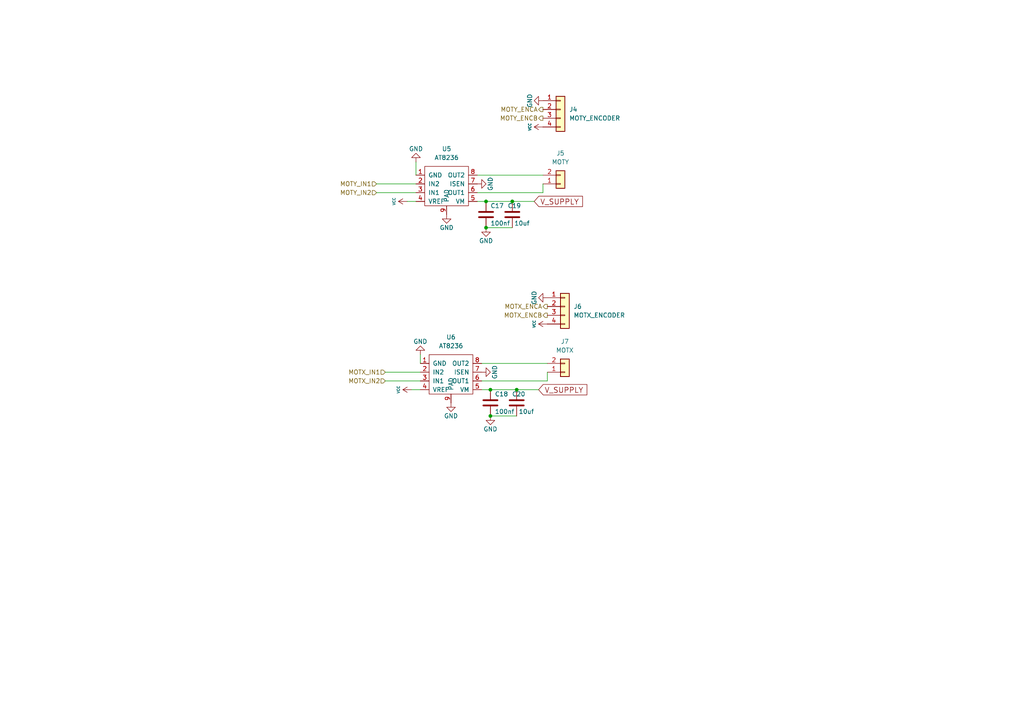
<source format=kicad_sch>
(kicad_sch (version 20211123) (generator eeschema)

  (uuid 8688050f-f2b9-4ef3-aa76-0305a724881f)

  (paper "A4")

  (lib_symbols
    (symbol "AT8236_1" (pin_names (offset 1.016)) (in_bom yes) (on_board yes)
      (property "Reference" "U" (id 0) (at -1.27 2.54 0)
        (effects (font (size 1.27 1.27)))
      )
      (property "Value" "AT8236_1" (id 1) (at 0 0 0)
        (effects (font (size 1.27 1.27)))
      )
      (property "Footprint" "Package_SO:SOIC-8-1EP_3.9x4.9mm_P1.27mm_EP2.29x3mm" (id 2) (at 0 0 0)
        (effects (font (size 1.27 1.27)) hide)
      )
      (property "Datasheet" "" (id 3) (at 0 0 0)
        (effects (font (size 1.27 1.27)) hide)
      )
      (property "ki_description" "直流有刷电机驱动器，高达6A的峰值电流" (id 4) (at 0 0 0)
        (effects (font (size 1.27 1.27)) hide)
      )
      (symbol "AT8236_1_0_1"
        (rectangle (start -3.81 -1.27) (end 8.89 -12.7)
          (stroke (width 0) (type default) (color 0 0 0 0))
          (fill (type none))
        )
      )
      (symbol "AT8236_1_1_1"
        (pin power_in line (at -6.35 -3.81 0) (length 2.54)
          (name "GND" (effects (font (size 1.27 1.27))))
          (number "1" (effects (font (size 1.27 1.27))))
        )
        (pin input line (at -6.35 -6.35 0) (length 2.54)
          (name "IN2" (effects (font (size 1.27 1.27))))
          (number "2" (effects (font (size 1.27 1.27))))
        )
        (pin output line (at -6.35 -8.89 0) (length 2.54)
          (name "IN1" (effects (font (size 1.27 1.27))))
          (number "3" (effects (font (size 1.27 1.27))))
        )
        (pin input line (at -6.35 -11.43 0) (length 2.54)
          (name "VREF" (effects (font (size 1.27 1.27))))
          (number "4" (effects (font (size 1.27 1.27))))
        )
        (pin power_in line (at 11.43 -11.43 180) (length 2.54)
          (name "VM" (effects (font (size 1.27 1.27))))
          (number "5" (effects (font (size 1.27 1.27))))
        )
        (pin output line (at 11.43 -8.89 180) (length 2.54)
          (name "OUT1" (effects (font (size 1.27 1.27))))
          (number "6" (effects (font (size 1.27 1.27))))
        )
        (pin input line (at 11.43 -6.35 180) (length 2.54)
          (name "ISEN" (effects (font (size 1.27 1.27))))
          (number "7" (effects (font (size 1.27 1.27))))
        )
        (pin output line (at 11.43 -3.81 180) (length 2.54)
          (name "OUT2" (effects (font (size 1.27 1.27))))
          (number "8" (effects (font (size 1.27 1.27))))
        )
        (pin power_in line (at 2.54 -15.24 90) (length 2.54)
          (name "PAD" (effects (font (size 1.27 1.27))))
          (number "9" (effects (font (size 1.27 1.27))))
        )
      )
    )
    (symbol "Connector_Generic:Conn_01x02" (pin_names (offset 1.016) hide) (in_bom yes) (on_board yes)
      (property "Reference" "J" (id 0) (at 0 2.54 0)
        (effects (font (size 1.27 1.27)))
      )
      (property "Value" "Conn_01x02" (id 1) (at 0 -5.08 0)
        (effects (font (size 1.27 1.27)))
      )
      (property "Footprint" "" (id 2) (at 0 0 0)
        (effects (font (size 1.27 1.27)) hide)
      )
      (property "Datasheet" "~" (id 3) (at 0 0 0)
        (effects (font (size 1.27 1.27)) hide)
      )
      (property "ki_keywords" "connector" (id 4) (at 0 0 0)
        (effects (font (size 1.27 1.27)) hide)
      )
      (property "ki_description" "Generic connector, single row, 01x02, script generated (kicad-library-utils/schlib/autogen/connector/)" (id 5) (at 0 0 0)
        (effects (font (size 1.27 1.27)) hide)
      )
      (property "ki_fp_filters" "Connector*:*_1x??_*" (id 6) (at 0 0 0)
        (effects (font (size 1.27 1.27)) hide)
      )
      (symbol "Conn_01x02_1_1"
        (rectangle (start -1.27 -2.413) (end 0 -2.667)
          (stroke (width 0.1524) (type default) (color 0 0 0 0))
          (fill (type none))
        )
        (rectangle (start -1.27 0.127) (end 0 -0.127)
          (stroke (width 0.1524) (type default) (color 0 0 0 0))
          (fill (type none))
        )
        (rectangle (start -1.27 1.27) (end 1.27 -3.81)
          (stroke (width 0.254) (type default) (color 0 0 0 0))
          (fill (type background))
        )
        (pin passive line (at -5.08 0 0) (length 3.81)
          (name "Pin_1" (effects (font (size 1.27 1.27))))
          (number "1" (effects (font (size 1.27 1.27))))
        )
        (pin passive line (at -5.08 -2.54 0) (length 3.81)
          (name "Pin_2" (effects (font (size 1.27 1.27))))
          (number "2" (effects (font (size 1.27 1.27))))
        )
      )
    )
    (symbol "Connector_Generic:Conn_01x04" (pin_names (offset 1.016) hide) (in_bom yes) (on_board yes)
      (property "Reference" "J" (id 0) (at 0 5.08 0)
        (effects (font (size 1.27 1.27)))
      )
      (property "Value" "Conn_01x04" (id 1) (at 0 -7.62 0)
        (effects (font (size 1.27 1.27)))
      )
      (property "Footprint" "" (id 2) (at 0 0 0)
        (effects (font (size 1.27 1.27)) hide)
      )
      (property "Datasheet" "~" (id 3) (at 0 0 0)
        (effects (font (size 1.27 1.27)) hide)
      )
      (property "ki_keywords" "connector" (id 4) (at 0 0 0)
        (effects (font (size 1.27 1.27)) hide)
      )
      (property "ki_description" "Generic connector, single row, 01x04, script generated (kicad-library-utils/schlib/autogen/connector/)" (id 5) (at 0 0 0)
        (effects (font (size 1.27 1.27)) hide)
      )
      (property "ki_fp_filters" "Connector*:*_1x??_*" (id 6) (at 0 0 0)
        (effects (font (size 1.27 1.27)) hide)
      )
      (symbol "Conn_01x04_1_1"
        (rectangle (start -1.27 -4.953) (end 0 -5.207)
          (stroke (width 0.1524) (type default) (color 0 0 0 0))
          (fill (type none))
        )
        (rectangle (start -1.27 -2.413) (end 0 -2.667)
          (stroke (width 0.1524) (type default) (color 0 0 0 0))
          (fill (type none))
        )
        (rectangle (start -1.27 0.127) (end 0 -0.127)
          (stroke (width 0.1524) (type default) (color 0 0 0 0))
          (fill (type none))
        )
        (rectangle (start -1.27 2.667) (end 0 2.413)
          (stroke (width 0.1524) (type default) (color 0 0 0 0))
          (fill (type none))
        )
        (rectangle (start -1.27 3.81) (end 1.27 -6.35)
          (stroke (width 0.254) (type default) (color 0 0 0 0))
          (fill (type background))
        )
        (pin passive line (at -5.08 2.54 0) (length 3.81)
          (name "Pin_1" (effects (font (size 1.27 1.27))))
          (number "1" (effects (font (size 1.27 1.27))))
        )
        (pin passive line (at -5.08 0 0) (length 3.81)
          (name "Pin_2" (effects (font (size 1.27 1.27))))
          (number "2" (effects (font (size 1.27 1.27))))
        )
        (pin passive line (at -5.08 -2.54 0) (length 3.81)
          (name "Pin_3" (effects (font (size 1.27 1.27))))
          (number "3" (effects (font (size 1.27 1.27))))
        )
        (pin passive line (at -5.08 -5.08 0) (length 3.81)
          (name "Pin_4" (effects (font (size 1.27 1.27))))
          (number "4" (effects (font (size 1.27 1.27))))
        )
      )
    )
    (symbol "Device:C" (pin_numbers hide) (pin_names (offset 0.254)) (in_bom yes) (on_board yes)
      (property "Reference" "C" (id 0) (at 0.635 2.54 0)
        (effects (font (size 1.27 1.27)) (justify left))
      )
      (property "Value" "C" (id 1) (at 0.635 -2.54 0)
        (effects (font (size 1.27 1.27)) (justify left))
      )
      (property "Footprint" "" (id 2) (at 0.9652 -3.81 0)
        (effects (font (size 1.27 1.27)) hide)
      )
      (property "Datasheet" "~" (id 3) (at 0 0 0)
        (effects (font (size 1.27 1.27)) hide)
      )
      (property "ki_keywords" "cap capacitor" (id 4) (at 0 0 0)
        (effects (font (size 1.27 1.27)) hide)
      )
      (property "ki_description" "Unpolarized capacitor" (id 5) (at 0 0 0)
        (effects (font (size 1.27 1.27)) hide)
      )
      (property "ki_fp_filters" "C_*" (id 6) (at 0 0 0)
        (effects (font (size 1.27 1.27)) hide)
      )
      (symbol "C_0_1"
        (polyline
          (pts
            (xy -2.032 -0.762)
            (xy 2.032 -0.762)
          )
          (stroke (width 0.508) (type default) (color 0 0 0 0))
          (fill (type none))
        )
        (polyline
          (pts
            (xy -2.032 0.762)
            (xy 2.032 0.762)
          )
          (stroke (width 0.508) (type default) (color 0 0 0 0))
          (fill (type none))
        )
      )
      (symbol "C_1_1"
        (pin passive line (at 0 3.81 270) (length 2.794)
          (name "~" (effects (font (size 1.27 1.27))))
          (number "1" (effects (font (size 1.27 1.27))))
        )
        (pin passive line (at 0 -3.81 90) (length 2.794)
          (name "~" (effects (font (size 1.27 1.27))))
          (number "2" (effects (font (size 1.27 1.27))))
        )
      )
    )
    (symbol "misc:AT8236" (pin_names (offset 1.016)) (in_bom yes) (on_board yes)
      (property "Reference" "U" (id 0) (at -1.27 2.54 0)
        (effects (font (size 1.27 1.27)))
      )
      (property "Value" "AT8236" (id 1) (at 0 0 0)
        (effects (font (size 1.27 1.27)))
      )
      (property "Footprint" "Package_SO:SOIC-8-1EP_3.9x4.9mm_P1.27mm_EP2.29x3mm" (id 2) (at 0 0 0)
        (effects (font (size 1.27 1.27)) hide)
      )
      (property "Datasheet" "" (id 3) (at 0 0 0)
        (effects (font (size 1.27 1.27)) hide)
      )
      (property "ki_description" "直流有刷电机驱动器，高达6A的峰值电流" (id 4) (at 0 0 0)
        (effects (font (size 1.27 1.27)) hide)
      )
      (symbol "AT8236_0_1"
        (rectangle (start -3.81 -1.27) (end 8.89 -12.7)
          (stroke (width 0) (type default) (color 0 0 0 0))
          (fill (type none))
        )
      )
      (symbol "AT8236_1_1"
        (pin power_in line (at -6.35 -3.81 0) (length 2.54)
          (name "GND" (effects (font (size 1.27 1.27))))
          (number "1" (effects (font (size 1.27 1.27))))
        )
        (pin input line (at -6.35 -6.35 0) (length 2.54)
          (name "IN2" (effects (font (size 1.27 1.27))))
          (number "2" (effects (font (size 1.27 1.27))))
        )
        (pin output line (at -6.35 -8.89 0) (length 2.54)
          (name "IN1" (effects (font (size 1.27 1.27))))
          (number "3" (effects (font (size 1.27 1.27))))
        )
        (pin input line (at -6.35 -11.43 0) (length 2.54)
          (name "VREF" (effects (font (size 1.27 1.27))))
          (number "4" (effects (font (size 1.27 1.27))))
        )
        (pin power_in line (at 11.43 -11.43 180) (length 2.54)
          (name "VM" (effects (font (size 1.27 1.27))))
          (number "5" (effects (font (size 1.27 1.27))))
        )
        (pin output line (at 11.43 -8.89 180) (length 2.54)
          (name "OUT1" (effects (font (size 1.27 1.27))))
          (number "6" (effects (font (size 1.27 1.27))))
        )
        (pin input line (at 11.43 -6.35 180) (length 2.54)
          (name "ISEN" (effects (font (size 1.27 1.27))))
          (number "7" (effects (font (size 1.27 1.27))))
        )
        (pin output line (at 11.43 -3.81 180) (length 2.54)
          (name "OUT2" (effects (font (size 1.27 1.27))))
          (number "8" (effects (font (size 1.27 1.27))))
        )
        (pin power_in line (at 2.54 -15.24 90) (length 2.54)
          (name "PAD" (effects (font (size 1.27 1.27))))
          (number "9" (effects (font (size 1.27 1.27))))
        )
      )
    )
    (symbol "power:GND" (power) (pin_names (offset 0)) (in_bom yes) (on_board yes)
      (property "Reference" "#PWR" (id 0) (at 0 -6.35 0)
        (effects (font (size 1.27 1.27)) hide)
      )
      (property "Value" "GND" (id 1) (at 0 -3.81 0)
        (effects (font (size 1.27 1.27)))
      )
      (property "Footprint" "" (id 2) (at 0 0 0)
        (effects (font (size 1.27 1.27)) hide)
      )
      (property "Datasheet" "" (id 3) (at 0 0 0)
        (effects (font (size 1.27 1.27)) hide)
      )
      (property "ki_keywords" "power-flag" (id 4) (at 0 0 0)
        (effects (font (size 1.27 1.27)) hide)
      )
      (property "ki_description" "Power symbol creates a global label with name \"GND\" , ground" (id 5) (at 0 0 0)
        (effects (font (size 1.27 1.27)) hide)
      )
      (symbol "GND_0_1"
        (polyline
          (pts
            (xy 0 0)
            (xy 0 -1.27)
            (xy 1.27 -1.27)
            (xy 0 -2.54)
            (xy -1.27 -1.27)
            (xy 0 -1.27)
          )
          (stroke (width 0) (type default) (color 0 0 0 0))
          (fill (type none))
        )
      )
      (symbol "GND_1_1"
        (pin power_in line (at 0 0 270) (length 0) hide
          (name "GND" (effects (font (size 1.27 1.27))))
          (number "1" (effects (font (size 1.27 1.27))))
        )
      )
    )
    (symbol "power:VCC" (power) (pin_names (offset 0)) (in_bom yes) (on_board yes)
      (property "Reference" "#PWR" (id 0) (at 0 -3.81 0)
        (effects (font (size 1.27 1.27)) hide)
      )
      (property "Value" "VCC" (id 1) (at 0 3.81 0)
        (effects (font (size 1.27 1.27)))
      )
      (property "Footprint" "" (id 2) (at 0 0 0)
        (effects (font (size 1.27 1.27)) hide)
      )
      (property "Datasheet" "" (id 3) (at 0 0 0)
        (effects (font (size 1.27 1.27)) hide)
      )
      (property "ki_keywords" "power-flag" (id 4) (at 0 0 0)
        (effects (font (size 1.27 1.27)) hide)
      )
      (property "ki_description" "Power symbol creates a global label with name \"VCC\"" (id 5) (at 0 0 0)
        (effects (font (size 1.27 1.27)) hide)
      )
      (symbol "VCC_0_1"
        (polyline
          (pts
            (xy -0.762 1.27)
            (xy 0 2.54)
          )
          (stroke (width 0) (type default) (color 0 0 0 0))
          (fill (type none))
        )
        (polyline
          (pts
            (xy 0 0)
            (xy 0 2.54)
          )
          (stroke (width 0) (type default) (color 0 0 0 0))
          (fill (type none))
        )
        (polyline
          (pts
            (xy 0 2.54)
            (xy 0.762 1.27)
          )
          (stroke (width 0) (type default) (color 0 0 0 0))
          (fill (type none))
        )
      )
      (symbol "VCC_1_1"
        (pin power_in line (at 0 0 90) (length 0) hide
          (name "VCC" (effects (font (size 1.27 1.27))))
          (number "1" (effects (font (size 1.27 1.27))))
        )
      )
    )
  )

  (junction (at 140.97 58.42) (diameter 0) (color 0 0 0 0)
    (uuid 221e01ab-5f59-4cfd-afb3-6ecc95dec8dd)
  )
  (junction (at 149.86 113.03) (diameter 0) (color 0 0 0 0)
    (uuid 2f0432a1-4025-4ad4-b752-884b821b4613)
  )
  (junction (at 140.97 66.04) (diameter 0) (color 0 0 0 0)
    (uuid 41727871-8a06-4055-bc27-d59045aa3aaa)
  )
  (junction (at 148.59 58.42) (diameter 0) (color 0 0 0 0)
    (uuid cc408846-150f-4ba7-a3f5-ec018afcc208)
  )
  (junction (at 142.24 113.03) (diameter 0) (color 0 0 0 0)
    (uuid de6a808b-cbfd-4744-8ed8-8772581abb95)
  )
  (junction (at 142.24 120.65) (diameter 0) (color 0 0 0 0)
    (uuid eb6c3206-ee0f-4e4d-8040-78aa672ece7d)
  )

  (wire (pts (xy 139.7 110.49) (xy 158.75 110.49))
    (stroke (width 0) (type default) (color 0 0 0 0))
    (uuid 10168a48-c2f9-44a8-92bf-a03027ee240f)
  )
  (wire (pts (xy 138.43 58.42) (xy 140.97 58.42))
    (stroke (width 0) (type default) (color 0 0 0 0))
    (uuid 26706d43-89ac-4a3e-9489-3853d8cd0a09)
  )
  (wire (pts (xy 120.65 46.99) (xy 120.65 50.8))
    (stroke (width 0) (type default) (color 0 0 0 0))
    (uuid 378bd29f-7511-48d1-bafa-b69cd0c4d641)
  )
  (wire (pts (xy 142.24 113.03) (xy 149.86 113.03))
    (stroke (width 0) (type default) (color 0 0 0 0))
    (uuid 3874699c-54a9-47d0-b348-253e646d5bd3)
  )
  (wire (pts (xy 158.75 110.49) (xy 158.75 107.95))
    (stroke (width 0) (type default) (color 0 0 0 0))
    (uuid 50b48133-c561-4e30-a394-84eeb4926e38)
  )
  (wire (pts (xy 109.22 53.34) (xy 120.65 53.34))
    (stroke (width 0) (type default) (color 0 0 0 0))
    (uuid 531a47dc-bc71-4ab4-bb83-62e1e69dc241)
  )
  (wire (pts (xy 139.7 105.41) (xy 158.75 105.41))
    (stroke (width 0) (type default) (color 0 0 0 0))
    (uuid 53eea4fd-e7ed-43c5-aa67-84d8680c40e9)
  )
  (wire (pts (xy 118.11 58.42) (xy 120.65 58.42))
    (stroke (width 0) (type default) (color 0 0 0 0))
    (uuid 581db7d4-305b-40b1-9f95-d33ac9d833e2)
  )
  (wire (pts (xy 111.76 107.95) (xy 121.92 107.95))
    (stroke (width 0) (type default) (color 0 0 0 0))
    (uuid 6712b242-56e6-4c05-b445-668e68c714eb)
  )
  (wire (pts (xy 157.48 55.88) (xy 157.48 53.34))
    (stroke (width 0) (type default) (color 0 0 0 0))
    (uuid 7b41266d-1db0-4baa-9954-a388eb92add6)
  )
  (wire (pts (xy 140.97 66.04) (xy 148.59 66.04))
    (stroke (width 0) (type default) (color 0 0 0 0))
    (uuid 87a7c992-7490-4767-a65f-82c7452e6fd9)
  )
  (wire (pts (xy 119.38 113.03) (xy 121.92 113.03))
    (stroke (width 0) (type default) (color 0 0 0 0))
    (uuid 8d1c51f8-f13d-4a1c-bde5-ed2bee54bb03)
  )
  (wire (pts (xy 148.59 58.42) (xy 154.94 58.42))
    (stroke (width 0) (type default) (color 0 0 0 0))
    (uuid 967136ff-7ab7-44f7-b275-57a12b6808da)
  )
  (wire (pts (xy 142.24 120.65) (xy 149.86 120.65))
    (stroke (width 0) (type default) (color 0 0 0 0))
    (uuid 9c90e2d4-b1bf-487e-b4ed-9ca388d46786)
  )
  (wire (pts (xy 111.76 110.49) (xy 121.92 110.49))
    (stroke (width 0) (type default) (color 0 0 0 0))
    (uuid 9fb13f0a-849f-4879-9acd-01e17d6311c8)
  )
  (wire (pts (xy 138.43 55.88) (xy 157.48 55.88))
    (stroke (width 0) (type default) (color 0 0 0 0))
    (uuid bcc8f68c-1a65-45f2-a3b7-c2b1d67bda85)
  )
  (wire (pts (xy 109.22 55.88) (xy 120.65 55.88))
    (stroke (width 0) (type default) (color 0 0 0 0))
    (uuid cbf765cc-c960-4b8d-999f-33c4d16d1167)
  )
  (wire (pts (xy 138.43 50.8) (xy 157.48 50.8))
    (stroke (width 0) (type default) (color 0 0 0 0))
    (uuid ce5ade02-96d7-4b19-8665-2758baefa8ce)
  )
  (wire (pts (xy 149.86 113.03) (xy 156.21 113.03))
    (stroke (width 0) (type default) (color 0 0 0 0))
    (uuid d02ecb36-5006-47c1-884c-042aaf2266da)
  )
  (wire (pts (xy 121.92 102.87) (xy 121.92 105.41))
    (stroke (width 0) (type default) (color 0 0 0 0))
    (uuid e044a3fc-288e-477c-938e-02dd8a6361f6)
  )
  (wire (pts (xy 140.97 58.42) (xy 148.59 58.42))
    (stroke (width 0) (type default) (color 0 0 0 0))
    (uuid ec1ce81e-c817-46d8-acf7-4e0ea1b1e7e7)
  )
  (wire (pts (xy 139.7 113.03) (xy 142.24 113.03))
    (stroke (width 0) (type default) (color 0 0 0 0))
    (uuid f80208fe-bf33-47c1-86d7-1ab0422911d9)
  )

  (global_label "V_SUPPLY" (shape input) (at 156.21 113.03 0) (fields_autoplaced)
    (effects (font (size 1.524 1.524)) (justify left))
    (uuid 0f3086ab-53df-4d79-b122-b8ff249dfe87)
    (property "Intersheet References" "${INTERSHEET_REFS}" (id 0) (at 340.36 210.82 0)
      (effects (font (size 1.27 1.27)) hide)
    )
  )
  (global_label "V_SUPPLY" (shape input) (at 154.94 58.42 0) (fields_autoplaced)
    (effects (font (size 1.524 1.524)) (justify left))
    (uuid 8e3af660-4c8d-450f-a415-0178d1026191)
    (property "Intersheet References" "${INTERSHEET_REFS}" (id 0) (at 339.09 156.21 0)
      (effects (font (size 1.27 1.27)) hide)
    )
  )

  (hierarchical_label "MOTY_ENCB" (shape output) (at 157.48 34.29 180)
    (effects (font (size 1.27 1.27)) (justify right))
    (uuid 2a649354-e758-42f6-98b6-7a9bed4ef178)
  )
  (hierarchical_label "MOTX_IN2" (shape input) (at 111.76 110.49 180)
    (effects (font (size 1.27 1.27)) (justify right))
    (uuid 2cb6dde7-acfd-4eb6-983c-95487775cf13)
  )
  (hierarchical_label "MOTY_IN1" (shape input) (at 109.22 53.34 180)
    (effects (font (size 1.27 1.27)) (justify right))
    (uuid 3acf8603-b6b7-443b-82c7-b94d8c9c7765)
  )
  (hierarchical_label "MOTX_ENCA" (shape output) (at 158.75 88.9 180)
    (effects (font (size 1.27 1.27)) (justify right))
    (uuid 5f190ac1-fd64-405f-b45a-98fcc2422828)
  )
  (hierarchical_label "MOTX_ENCB" (shape output) (at 158.75 91.44 180)
    (effects (font (size 1.27 1.27)) (justify right))
    (uuid 99a58a9f-c1b4-44b2-a40f-7d8d266d0ae0)
  )
  (hierarchical_label "MOTX_IN1" (shape input) (at 111.76 107.95 180)
    (effects (font (size 1.27 1.27)) (justify right))
    (uuid ad024559-81b8-487a-a9a7-fa8d40beca66)
  )
  (hierarchical_label "MOTY_ENCA" (shape output) (at 157.48 31.75 180)
    (effects (font (size 1.27 1.27)) (justify right))
    (uuid e833cbb5-6a69-401a-b445-793e17c14ec5)
  )
  (hierarchical_label "MOTY_IN2" (shape input) (at 109.22 55.88 180)
    (effects (font (size 1.27 1.27)) (justify right))
    (uuid f14b0b98-4386-4157-a7a3-c172beca13cf)
  )

  (symbol (lib_id "power:GND") (at 120.65 46.99 180) (unit 1)
    (in_bom yes) (on_board yes)
    (uuid 0d74fbae-ccd0-473a-b0b1-da5226770a5e)
    (property "Reference" "#PWR033" (id 0) (at 120.65 46.99 0)
      (effects (font (size 0.762 0.762)) hide)
    )
    (property "Value" "GND" (id 1) (at 120.65 43.18 0))
    (property "Footprint" "" (id 2) (at 120.65 46.99 0)
      (effects (font (size 1.27 1.27)) hide)
    )
    (property "Datasheet" "" (id 3) (at 120.65 46.99 0)
      (effects (font (size 1.27 1.27)) hide)
    )
    (pin "1" (uuid 3b1d4c84-f79b-4f3a-bb41-c1aa1e1879f7))
  )

  (symbol (lib_id "power:GND") (at 138.43 53.34 90) (unit 1)
    (in_bom yes) (on_board yes)
    (uuid 0e4826ca-379d-4366-a653-c3d2cc392fec)
    (property "Reference" "#PWR037" (id 0) (at 138.43 53.34 0)
      (effects (font (size 0.762 0.762)) hide)
    )
    (property "Value" "GND" (id 1) (at 142.24 53.34 0))
    (property "Footprint" "" (id 2) (at 138.43 53.34 0)
      (effects (font (size 1.27 1.27)) hide)
    )
    (property "Datasheet" "" (id 3) (at 138.43 53.34 0)
      (effects (font (size 1.27 1.27)) hide)
    )
    (pin "1" (uuid 58ed0493-d518-4f3d-b79a-ee84d73aad49))
  )

  (symbol (lib_id "misc:AT8236") (at 127 46.99 0) (unit 1)
    (in_bom yes) (on_board yes) (fields_autoplaced)
    (uuid 15a51b58-7b8a-447f-a35a-82018ed07978)
    (property "Reference" "U5" (id 0) (at 129.54 43.18 0))
    (property "Value" "AT8236" (id 1) (at 129.54 45.72 0))
    (property "Footprint" "Package_SO:SOIC-8-1EP_3.9x4.9mm_P1.27mm_EP2.29x3mm" (id 2) (at 127 46.99 0)
      (effects (font (size 1.27 1.27)) hide)
    )
    (property "Datasheet" "" (id 3) (at 127 46.99 0)
      (effects (font (size 1.27 1.27)) hide)
    )
    (pin "1" (uuid bc892730-a683-46b0-9f13-81f3f85c9164))
    (pin "2" (uuid c980c1c7-a3f2-47f3-86c1-770b2d47ee3f))
    (pin "3" (uuid b2b86834-f944-46e0-8521-2a6cb529ebd1))
    (pin "4" (uuid ceb06b45-2e5c-47b8-bca0-2458cf6c7c30))
    (pin "5" (uuid b8ef2a8b-a8e1-4ebb-8419-b85b8e90cd2d))
    (pin "6" (uuid 39e54f1a-5048-439e-9670-d9b616329931))
    (pin "7" (uuid 05b21815-82bd-4720-8d8f-e964abab0d8a))
    (pin "8" (uuid 02af3c4b-d6e2-4de7-9fab-be6b1a6352ff))
    (pin "9" (uuid 3a5a2a1a-5e42-4ffb-9285-9b189fe79249))
  )

  (symbol (lib_id "Connector_Generic:Conn_01x02") (at 163.83 107.95 0) (mirror x) (unit 1)
    (in_bom yes) (on_board yes) (fields_autoplaced)
    (uuid 1aea8077-3496-46b0-a3b0-4e4c0ca4e3db)
    (property "Reference" "J7" (id 0) (at 163.83 99.06 0))
    (property "Value" "MOTX" (id 1) (at 163.83 101.6 0))
    (property "Footprint" "misc:PinHeader_1x02_P2.54mm_Vertical" (id 2) (at 163.83 107.95 0)
      (effects (font (size 1.27 1.27)) hide)
    )
    (property "Datasheet" "~" (id 3) (at 163.83 107.95 0)
      (effects (font (size 1.27 1.27)) hide)
    )
    (pin "1" (uuid 46b9a101-45e0-438f-aac9-d20cef76664d))
    (pin "2" (uuid 19189e6d-abb3-4916-8bd7-8ac679be81c7))
  )

  (symbol (lib_name "AT8236_1") (lib_id "misc:AT8236") (at 128.27 101.6 0) (unit 1)
    (in_bom yes) (on_board yes) (fields_autoplaced)
    (uuid 1cb80784-2891-4033-949a-a8819d5157b4)
    (property "Reference" "U6" (id 0) (at 130.81 97.79 0))
    (property "Value" "AT8236" (id 1) (at 130.81 100.33 0))
    (property "Footprint" "Package_SO:SOIC-8-1EP_3.9x4.9mm_P1.27mm_EP2.29x3mm" (id 2) (at 128.27 101.6 0)
      (effects (font (size 1.27 1.27)) hide)
    )
    (property "Datasheet" "" (id 3) (at 128.27 101.6 0)
      (effects (font (size 1.27 1.27)) hide)
    )
    (pin "1" (uuid 9922962b-2fe7-4a6f-99d8-522a154fa7de))
    (pin "2" (uuid b73a3516-24cd-4f5f-86cd-5fcceb57b8e4))
    (pin "3" (uuid a11eaf01-c972-4cd9-b10a-75775414cabc))
    (pin "4" (uuid 0c0b9327-def6-45da-80cd-a754b9317b13))
    (pin "5" (uuid 912e381d-e810-41f7-bb86-f7236fda72e9))
    (pin "6" (uuid 77b96fc8-c318-4e7b-b8be-d1583c6a7459))
    (pin "7" (uuid e4f178ba-5234-4ef5-a5e1-b8f36a4de3ab))
    (pin "8" (uuid 1d807975-c539-46f0-942b-b24f9b98a3e0))
    (pin "9" (uuid 1e1638d1-1ff8-473b-b3b5-26dc90263372))
  )

  (symbol (lib_id "power:GND") (at 157.48 29.21 270) (unit 1)
    (in_bom yes) (on_board yes)
    (uuid 255276b2-e568-49c1-a5c2-698d5697bffd)
    (property "Reference" "#PWR041" (id 0) (at 157.48 29.21 0)
      (effects (font (size 0.762 0.762)) hide)
    )
    (property "Value" "GND" (id 1) (at 153.67 29.21 0))
    (property "Footprint" "" (id 2) (at 157.48 29.21 0)
      (effects (font (size 1.27 1.27)) hide)
    )
    (property "Datasheet" "" (id 3) (at 157.48 29.21 0)
      (effects (font (size 1.27 1.27)) hide)
    )
    (pin "1" (uuid bbfe967e-f3d7-4799-9fb6-307dc4bccf94))
  )

  (symbol (lib_id "power:VCC") (at 157.48 36.83 90) (unit 1)
    (in_bom yes) (on_board yes)
    (uuid 2b1f7c10-547b-426e-8a07-f8576b501856)
    (property "Reference" "#PWR042" (id 0) (at 154.94 36.83 0)
      (effects (font (size 0.762 0.762)) hide)
    )
    (property "Value" "VCC" (id 1) (at 153.67 36.83 0)
      (effects (font (size 0.762 0.762)))
    )
    (property "Footprint" "" (id 2) (at 157.48 36.83 0)
      (effects (font (size 1.524 1.524)) hide)
    )
    (property "Datasheet" "" (id 3) (at 157.48 36.83 0)
      (effects (font (size 1.524 1.524)) hide)
    )
    (pin "1" (uuid aa8527bc-b6f6-4423-b4ef-d804d0eac697))
  )

  (symbol (lib_id "Device:C") (at 142.24 116.84 0) (unit 1)
    (in_bom yes) (on_board yes)
    (uuid 2f360110-4d63-4308-9881-ebdbd87da2e6)
    (property "Reference" "C18" (id 0) (at 143.51 114.3 0)
      (effects (font (size 1.27 1.27)) (justify left))
    )
    (property "Value" "100nf" (id 1) (at 143.51 119.38 0)
      (effects (font (size 1.27 1.27)) (justify left))
    )
    (property "Footprint" "Capacitor_SMD:C_0402_1005Metric" (id 2) (at 143.2052 120.65 0)
      (effects (font (size 1.27 1.27)) hide)
    )
    (property "Datasheet" "~" (id 3) (at 142.24 116.84 0)
      (effects (font (size 1.27 1.27)) hide)
    )
    (pin "1" (uuid 1703b388-401b-4f79-9f2c-c9813aec62fd))
    (pin "2" (uuid c3449051-c4a6-4a43-a721-0ea52215403d))
  )

  (symbol (lib_id "power:GND") (at 158.75 86.36 270) (unit 1)
    (in_bom yes) (on_board yes)
    (uuid 314085d7-b510-47a4-9011-b9babcbb14b7)
    (property "Reference" "#PWR043" (id 0) (at 158.75 86.36 0)
      (effects (font (size 0.762 0.762)) hide)
    )
    (property "Value" "GND" (id 1) (at 154.94 86.36 0))
    (property "Footprint" "" (id 2) (at 158.75 86.36 0)
      (effects (font (size 1.27 1.27)) hide)
    )
    (property "Datasheet" "" (id 3) (at 158.75 86.36 0)
      (effects (font (size 1.27 1.27)) hide)
    )
    (pin "1" (uuid e6672b17-a884-41ed-98aa-ba88ca9588b8))
  )

  (symbol (lib_id "Device:C") (at 149.86 116.84 180) (unit 1)
    (in_bom yes) (on_board yes)
    (uuid 334a1649-cc38-4a9a-9a81-b04867b623e7)
    (property "Reference" "C20" (id 0) (at 152.4 114.3 0)
      (effects (font (size 1.27 1.27)) (justify left))
    )
    (property "Value" "10uf" (id 1) (at 154.94 119.38 0)
      (effects (font (size 1.27 1.27)) (justify left))
    )
    (property "Footprint" "Capacitor_SMD:C_0603_1608Metric" (id 2) (at 148.8948 113.03 0)
      (effects (font (size 1.27 1.27)) hide)
    )
    (property "Datasheet" "~" (id 3) (at 149.86 116.84 0)
      (effects (font (size 1.27 1.27)) hide)
    )
    (pin "1" (uuid ccb476a2-7864-4163-a12e-1ba0f079e86a))
    (pin "2" (uuid dd89843a-c2ab-42c5-8ffd-d3416a938678))
  )

  (symbol (lib_id "power:GND") (at 130.81 116.84 0) (unit 1)
    (in_bom yes) (on_board yes)
    (uuid 35439433-f749-4145-b94e-3e4eb673f304)
    (property "Reference" "#PWR036" (id 0) (at 130.81 116.84 0)
      (effects (font (size 0.762 0.762)) hide)
    )
    (property "Value" "GND" (id 1) (at 130.81 120.65 0))
    (property "Footprint" "" (id 2) (at 130.81 116.84 0)
      (effects (font (size 1.27 1.27)) hide)
    )
    (property "Datasheet" "" (id 3) (at 130.81 116.84 0)
      (effects (font (size 1.27 1.27)) hide)
    )
    (pin "1" (uuid 988cdfc1-b3a5-446c-b77e-047577a11c77))
  )

  (symbol (lib_id "Device:C") (at 148.59 62.23 180) (unit 1)
    (in_bom yes) (on_board yes)
    (uuid 3ff3103a-fe04-4a59-bce4-58144f7fb83a)
    (property "Reference" "C19" (id 0) (at 151.13 59.69 0)
      (effects (font (size 1.27 1.27)) (justify left))
    )
    (property "Value" "10uf" (id 1) (at 153.67 64.77 0)
      (effects (font (size 1.27 1.27)) (justify left))
    )
    (property "Footprint" "Capacitor_SMD:C_0603_1608Metric" (id 2) (at 147.6248 58.42 0)
      (effects (font (size 1.27 1.27)) hide)
    )
    (property "Datasheet" "~" (id 3) (at 148.59 62.23 0)
      (effects (font (size 1.27 1.27)) hide)
    )
    (pin "1" (uuid d89f9c31-028c-40b0-b077-1d8cf234fc1e))
    (pin "2" (uuid c711759c-7139-44e9-909a-ee820990f22b))
  )

  (symbol (lib_id "power:GND") (at 129.54 62.23 0) (unit 1)
    (in_bom yes) (on_board yes)
    (uuid 4611e5ae-08af-4adb-ab6c-b34557768c1c)
    (property "Reference" "#PWR035" (id 0) (at 129.54 62.23 0)
      (effects (font (size 0.762 0.762)) hide)
    )
    (property "Value" "GND" (id 1) (at 129.54 66.04 0))
    (property "Footprint" "" (id 2) (at 129.54 62.23 0)
      (effects (font (size 1.27 1.27)) hide)
    )
    (property "Datasheet" "" (id 3) (at 129.54 62.23 0)
      (effects (font (size 1.27 1.27)) hide)
    )
    (pin "1" (uuid e165cfd7-3fd0-4e7d-a512-d93e6496f13c))
  )

  (symbol (lib_id "power:GND") (at 139.7 107.95 90) (unit 1)
    (in_bom yes) (on_board yes)
    (uuid 52d413b9-786e-4565-872a-b851ce3a6cb9)
    (property "Reference" "#PWR038" (id 0) (at 139.7 107.95 0)
      (effects (font (size 0.762 0.762)) hide)
    )
    (property "Value" "GND" (id 1) (at 143.51 107.95 0))
    (property "Footprint" "" (id 2) (at 139.7 107.95 0)
      (effects (font (size 1.27 1.27)) hide)
    )
    (property "Datasheet" "" (id 3) (at 139.7 107.95 0)
      (effects (font (size 1.27 1.27)) hide)
    )
    (pin "1" (uuid ccaa0660-3377-4631-81d6-0afad258ea19))
  )

  (symbol (lib_id "power:GND") (at 142.24 120.65 0) (unit 1)
    (in_bom yes) (on_board yes)
    (uuid 693436f4-fa55-418f-b041-2c029bf8d9d7)
    (property "Reference" "#PWR040" (id 0) (at 142.24 120.65 0)
      (effects (font (size 0.762 0.762)) hide)
    )
    (property "Value" "GND" (id 1) (at 142.24 124.46 0))
    (property "Footprint" "" (id 2) (at 142.24 120.65 0)
      (effects (font (size 1.27 1.27)) hide)
    )
    (property "Datasheet" "" (id 3) (at 142.24 120.65 0)
      (effects (font (size 1.27 1.27)) hide)
    )
    (pin "1" (uuid 19912284-2bb1-46db-920e-07494a2d1ebb))
  )

  (symbol (lib_id "power:GND") (at 121.92 102.87 180) (unit 1)
    (in_bom yes) (on_board yes)
    (uuid 86545404-c1bf-4d4d-be6d-71357a64f773)
    (property "Reference" "#PWR034" (id 0) (at 121.92 102.87 0)
      (effects (font (size 0.762 0.762)) hide)
    )
    (property "Value" "GND" (id 1) (at 121.92 99.06 0))
    (property "Footprint" "" (id 2) (at 121.92 102.87 0)
      (effects (font (size 1.27 1.27)) hide)
    )
    (property "Datasheet" "" (id 3) (at 121.92 102.87 0)
      (effects (font (size 1.27 1.27)) hide)
    )
    (pin "1" (uuid dffac6c6-6026-471f-825a-69cedb46496c))
  )

  (symbol (lib_id "Device:C") (at 140.97 62.23 0) (unit 1)
    (in_bom yes) (on_board yes)
    (uuid 9bd2a4e1-8060-4c3b-9bed-b7e1b324a4e4)
    (property "Reference" "C17" (id 0) (at 142.24 59.69 0)
      (effects (font (size 1.27 1.27)) (justify left))
    )
    (property "Value" "100nf" (id 1) (at 142.24 64.77 0)
      (effects (font (size 1.27 1.27)) (justify left))
    )
    (property "Footprint" "Capacitor_SMD:C_0402_1005Metric" (id 2) (at 141.9352 66.04 0)
      (effects (font (size 1.27 1.27)) hide)
    )
    (property "Datasheet" "~" (id 3) (at 140.97 62.23 0)
      (effects (font (size 1.27 1.27)) hide)
    )
    (pin "1" (uuid e54c90b5-6353-424c-92c2-4a8d3f97299d))
    (pin "2" (uuid 8d4c99a3-646a-4adf-9520-e04f339aebde))
  )

  (symbol (lib_id "power:VCC") (at 118.11 58.42 90) (unit 1)
    (in_bom yes) (on_board yes)
    (uuid 9d94f79c-e3fd-422e-ba98-c8f34d049eff)
    (property "Reference" "#PWR031" (id 0) (at 115.57 58.42 0)
      (effects (font (size 0.762 0.762)) hide)
    )
    (property "Value" "VCC" (id 1) (at 114.3 58.42 0)
      (effects (font (size 0.762 0.762)))
    )
    (property "Footprint" "" (id 2) (at 118.11 58.42 0)
      (effects (font (size 1.524 1.524)) hide)
    )
    (property "Datasheet" "" (id 3) (at 118.11 58.42 0)
      (effects (font (size 1.524 1.524)) hide)
    )
    (pin "1" (uuid dabb19c2-e31d-422d-9638-05ef6e3fe41e))
  )

  (symbol (lib_id "power:GND") (at 140.97 66.04 0) (unit 1)
    (in_bom yes) (on_board yes)
    (uuid b7846ed0-07ab-40bf-9550-1dd7dfded426)
    (property "Reference" "#PWR039" (id 0) (at 140.97 66.04 0)
      (effects (font (size 0.762 0.762)) hide)
    )
    (property "Value" "GND" (id 1) (at 140.97 69.85 0))
    (property "Footprint" "" (id 2) (at 140.97 66.04 0)
      (effects (font (size 1.27 1.27)) hide)
    )
    (property "Datasheet" "" (id 3) (at 140.97 66.04 0)
      (effects (font (size 1.27 1.27)) hide)
    )
    (pin "1" (uuid 408c7758-6c52-41d9-93fe-e8baed5d4c11))
  )

  (symbol (lib_id "power:VCC") (at 158.75 93.98 90) (unit 1)
    (in_bom yes) (on_board yes)
    (uuid bdd1c010-22df-42a2-8078-415ec021febe)
    (property "Reference" "#PWR044" (id 0) (at 156.21 93.98 0)
      (effects (font (size 0.762 0.762)) hide)
    )
    (property "Value" "VCC" (id 1) (at 154.94 93.98 0)
      (effects (font (size 0.762 0.762)))
    )
    (property "Footprint" "" (id 2) (at 158.75 93.98 0)
      (effects (font (size 1.524 1.524)) hide)
    )
    (property "Datasheet" "" (id 3) (at 158.75 93.98 0)
      (effects (font (size 1.524 1.524)) hide)
    )
    (pin "1" (uuid 299efe72-866a-4c59-94f0-758932b39a2b))
  )

  (symbol (lib_id "Connector_Generic:Conn_01x04") (at 163.83 88.9 0) (unit 1)
    (in_bom yes) (on_board yes) (fields_autoplaced)
    (uuid e21e0f28-ae6d-4e8a-91c7-48dfe71f12b1)
    (property "Reference" "J6" (id 0) (at 166.37 88.8999 0)
      (effects (font (size 1.27 1.27)) (justify left))
    )
    (property "Value" "MOTX_ENCODER" (id 1) (at 166.37 91.4399 0)
      (effects (font (size 1.27 1.27)) (justify left))
    )
    (property "Footprint" "misc:PinHeader_1x04_P2.54mm_Vertical" (id 2) (at 163.83 88.9 0)
      (effects (font (size 1.27 1.27)) hide)
    )
    (property "Datasheet" "~" (id 3) (at 163.83 88.9 0)
      (effects (font (size 1.27 1.27)) hide)
    )
    (pin "1" (uuid 0c198406-8a58-4a15-b3a8-75e6eacef0eb))
    (pin "2" (uuid 745c7862-1ae6-4ffe-9cdb-09bd5cfa063e))
    (pin "3" (uuid 68c95299-2628-4fbb-a941-9bcb23effaf1))
    (pin "4" (uuid 536b5864-ead4-4023-a1db-32724c25d281))
  )

  (symbol (lib_id "Connector_Generic:Conn_01x02") (at 162.56 53.34 0) (mirror x) (unit 1)
    (in_bom yes) (on_board yes) (fields_autoplaced)
    (uuid eac5c754-703d-4b86-a6d0-49e4ddf01523)
    (property "Reference" "J5" (id 0) (at 162.56 44.45 0))
    (property "Value" "MOTY" (id 1) (at 162.56 46.99 0))
    (property "Footprint" "misc:PinHeader_1x02_P2.54mm_Vertical" (id 2) (at 162.56 53.34 0)
      (effects (font (size 1.27 1.27)) hide)
    )
    (property "Datasheet" "~" (id 3) (at 162.56 53.34 0)
      (effects (font (size 1.27 1.27)) hide)
    )
    (pin "1" (uuid 9f091724-233b-45c5-a8ed-fa5c34fdae15))
    (pin "2" (uuid 26099f22-e6d3-4206-a15a-cbc477408828))
  )

  (symbol (lib_id "power:VCC") (at 119.38 113.03 90) (unit 1)
    (in_bom yes) (on_board yes)
    (uuid f5ec8fa7-9ffc-4c64-af8d-d6d844c76ed1)
    (property "Reference" "#PWR032" (id 0) (at 116.84 113.03 0)
      (effects (font (size 0.762 0.762)) hide)
    )
    (property "Value" "VCC" (id 1) (at 115.57 113.03 0)
      (effects (font (size 0.762 0.762)))
    )
    (property "Footprint" "" (id 2) (at 119.38 113.03 0)
      (effects (font (size 1.524 1.524)) hide)
    )
    (property "Datasheet" "" (id 3) (at 119.38 113.03 0)
      (effects (font (size 1.524 1.524)) hide)
    )
    (pin "1" (uuid 6db6cba3-bf4a-4b64-aa7e-cf23d7e7741f))
  )

  (symbol (lib_id "Connector_Generic:Conn_01x04") (at 162.56 31.75 0) (unit 1)
    (in_bom yes) (on_board yes) (fields_autoplaced)
    (uuid fe8290bd-acda-424d-8d32-b3214c781695)
    (property "Reference" "J4" (id 0) (at 165.1 31.7499 0)
      (effects (font (size 1.27 1.27)) (justify left))
    )
    (property "Value" "MOTY_ENCODER" (id 1) (at 165.1 34.2899 0)
      (effects (font (size 1.27 1.27)) (justify left))
    )
    (property "Footprint" "misc:PinHeader_1x04_P2.54mm_Vertical" (id 2) (at 162.56 31.75 0)
      (effects (font (size 1.27 1.27)) hide)
    )
    (property "Datasheet" "~" (id 3) (at 162.56 31.75 0)
      (effects (font (size 1.27 1.27)) hide)
    )
    (pin "1" (uuid 4e8c80dd-f542-4f01-a0f0-4e9ec9a5b7cf))
    (pin "2" (uuid 9e5d5c9e-fb8e-4324-a3de-03e1af465968))
    (pin "3" (uuid 68e72d5c-e57b-4336-8ea9-b1d18807aae0))
    (pin "4" (uuid ab32f766-6179-45e3-8c03-50aa167d76a3))
  )
)

</source>
